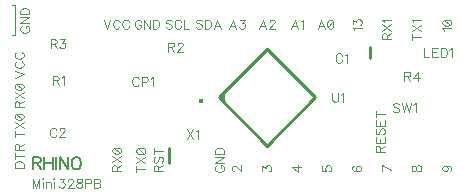
<source format=gto>
G04 DipTrace 3.3.1.3*
G04 CR19-0914-MP2.GTO*
%MOMM*%
G04 #@! TF.FileFunction,Legend,Top*
G04 #@! TF.Part,Single*
%ADD10C,0.254*%
%ADD19C,0.1016*%
%ADD20O,0.42016X0.41713*%
%ADD44C,0.11765*%
%ADD45C,0.15686*%
%FSLAX35Y35*%
G04*
G71*
G90*
G75*
G01*
G04 TopSilk*
%LPD*%
X2006419Y874501D2*
D10*
X2416499Y1284581D1*
X2826652Y874429D1*
X2416571Y464348D1*
X2006419Y874501D1*
D20*
X1857762Y837613D3*
G36*
X2006419Y874501D2*
X2062981Y817938D1*
Y931063D1*
X2006419Y874501D1*
G37*
X1587500Y446000D2*
D10*
Y316000D1*
X3291997Y1206498D2*
Y1301755D1*
X254000Y1397000D2*
D19*
X285750D1*
Y1651000D1*
X254000D1*
X2968080Y911472D2*
D44*
Y856806D1*
X2971702Y845856D1*
X2979030Y838612D1*
X2989980Y834906D1*
X2997224D1*
X3008174Y838612D1*
X3015502Y845856D1*
X3019124Y856806D1*
Y911472D1*
X3042653Y896816D2*
X3049981Y900522D1*
X3060931Y911388D1*
Y834906D1*
X1740131Y600532D2*
X1791175Y523966D1*
Y600532D2*
X1740131Y523966D1*
X1814704Y585876D2*
X1822032Y589582D1*
X1832982Y600448D1*
Y523966D1*
X3051379Y1225805D2*
X3047757Y1233049D1*
X3040429Y1240377D1*
X3033185Y1243999D1*
X3018613D1*
X3011285Y1240377D1*
X3004041Y1233049D1*
X3000335Y1225805D1*
X2996713Y1214855D1*
Y1196577D1*
X3000335Y1185711D1*
X3004041Y1178383D1*
X3011285Y1171139D1*
X3018613Y1167433D1*
X3033185D1*
X3040429Y1171139D1*
X3047757Y1178383D1*
X3051379Y1185711D1*
X3074909Y1229342D2*
X3082237Y1233049D1*
X3093187Y1243914D1*
Y1167433D1*
X602354Y1016350D2*
X635120D1*
X646070Y1020056D1*
X649776Y1023678D1*
X653398Y1030922D1*
Y1038250D1*
X649776Y1045494D1*
X646070Y1049200D1*
X635120Y1052822D1*
X602354D1*
Y976256D1*
X627876Y1016350D2*
X653398Y976256D1*
X676928Y1038166D2*
X684256Y1041872D1*
X695206Y1052738D1*
Y976256D1*
X3536195Y813015D2*
X3528951Y820343D1*
X3518001Y823965D1*
X3503429D1*
X3492479Y820343D1*
X3485151Y813015D1*
Y805771D1*
X3488857Y798443D1*
X3492479Y794821D1*
X3499723Y791200D1*
X3521623Y783871D1*
X3528951Y780250D1*
X3532573Y776543D1*
X3536195Y769300D1*
Y758350D1*
X3528951Y751106D1*
X3518001Y747400D1*
X3503429D1*
X3492479Y751106D1*
X3485151Y758350D1*
X3559724Y823965D2*
X3578002Y747400D1*
X3596196Y823965D1*
X3614390Y747400D1*
X3632668Y823965D1*
X3656198Y809309D2*
X3663526Y813015D1*
X3674476Y823881D1*
Y747400D1*
X632983Y595835D2*
X629361Y603079D1*
X622033Y610407D1*
X614789Y614029D1*
X600217D1*
X592889Y610407D1*
X585645Y603079D1*
X581939Y595835D1*
X578317Y584885D1*
Y566607D1*
X581939Y555741D1*
X585645Y548413D1*
X592889Y541169D1*
X600217Y537463D1*
X614789D1*
X622033Y541169D1*
X629361Y548413D1*
X632983Y555741D1*
X660218Y595751D2*
Y599372D1*
X663840Y606701D1*
X667462Y610322D1*
X674790Y613944D1*
X689362D1*
X696606Y610322D1*
X700228Y606701D1*
X703934Y599372D1*
Y592129D1*
X700228Y584801D1*
X692984Y573935D1*
X656512Y537463D1*
X707556D1*
X1580251Y1299870D2*
X1613017D1*
X1623967Y1303576D1*
X1627673Y1307198D1*
X1631295Y1314442D1*
Y1321770D1*
X1627673Y1329014D1*
X1623967Y1332720D1*
X1613017Y1336342D1*
X1580251D1*
Y1259776D1*
X1605773Y1299870D2*
X1631295Y1259776D1*
X1658531Y1318064D2*
Y1321686D1*
X1662153Y1329014D1*
X1665775Y1332636D1*
X1673103Y1336258D1*
X1687675D1*
X1694919Y1332636D1*
X1698540Y1329014D1*
X1702247Y1321686D1*
Y1314442D1*
X1698540Y1307114D1*
X1691297Y1296248D1*
X1654825Y1259776D1*
X1705869D1*
X583925Y1328587D2*
X616691D1*
X627641Y1332293D1*
X631347Y1335915D1*
X634969Y1343159D1*
Y1350487D1*
X631347Y1357731D1*
X627641Y1361437D1*
X616691Y1365059D1*
X583925D1*
Y1288493D1*
X609447Y1328587D2*
X634969Y1288493D1*
X665826Y1364974D2*
X705836D1*
X684020Y1335831D1*
X694970D1*
X702214Y1332209D1*
X705836Y1328587D1*
X709542Y1317637D1*
Y1310393D1*
X705836Y1299443D1*
X698592Y1292115D1*
X687642Y1288493D1*
X676692D1*
X665826Y1292115D1*
X662204Y1295821D1*
X658498Y1303065D1*
X3579280Y1053950D2*
X3612046D1*
X3622996Y1057656D1*
X3626702Y1061278D1*
X3630324Y1068522D1*
Y1075850D1*
X3626702Y1083094D1*
X3622996Y1086800D1*
X3612046Y1090422D1*
X3579280D1*
Y1013856D1*
X3604802Y1053950D2*
X3630324Y1013856D1*
X3690326D2*
Y1090338D1*
X3653854Y1039378D1*
X3708520D1*
X3748018Y1290724D2*
Y1214158D1*
X3791734D1*
X3862601Y1290724D2*
X3815263D1*
Y1214158D1*
X3862601D1*
X3815263Y1254252D2*
X3844407D1*
X3886130Y1290724D2*
Y1214158D1*
X3911652D1*
X3922602Y1217864D1*
X3929930Y1225108D1*
X3933552Y1232436D1*
X3937174Y1243302D1*
Y1261580D1*
X3933552Y1272530D1*
X3929930Y1279774D1*
X3922602Y1287102D1*
X3911652Y1290724D1*
X3886130D1*
X3960704Y1276067D2*
X3968032Y1279774D1*
X3978982Y1290639D1*
Y1214158D1*
X1331676Y1027238D2*
X1328054Y1034482D1*
X1320726Y1041810D1*
X1313482Y1045432D1*
X1298910D1*
X1291582Y1041810D1*
X1284338Y1034482D1*
X1280632Y1027238D1*
X1277010Y1016288D1*
Y998010D1*
X1280632Y987144D1*
X1284338Y979816D1*
X1291582Y972572D1*
X1298910Y968866D1*
X1313482D1*
X1320726Y972572D1*
X1328054Y979816D1*
X1331676Y987144D1*
X1355205Y1005338D2*
X1388055D1*
X1398921Y1008960D1*
X1402627Y1012666D1*
X1406249Y1019910D1*
Y1030860D1*
X1402627Y1038104D1*
X1398921Y1041810D1*
X1388055Y1045432D1*
X1355205D1*
Y968866D1*
X1429779Y1030776D2*
X1437107Y1034482D1*
X1448057Y1045348D1*
Y968866D1*
X3925540Y295071D2*
X3936490Y291365D1*
X3943819Y284121D1*
X3947440Y273171D1*
Y269549D1*
X3943818Y258599D1*
X3936490Y251356D1*
X3925540Y247649D1*
X3921918D1*
X3910968Y251356D1*
X3903725Y258599D1*
X3900103Y269549D1*
Y273171D1*
X3903725Y284121D1*
X3910969Y291365D1*
X3925540Y295071D1*
X3943819D1*
X3962012Y291365D1*
X3972962Y284121D1*
X3976584Y273171D1*
Y265927D1*
X3972962Y254977D1*
X3965634Y251356D1*
X3644333Y264077D2*
X3647955Y253211D1*
X3655198Y249505D1*
X3662526D1*
X3669770Y253211D1*
X3673477Y260455D1*
X3677098Y275026D1*
X3680720Y285976D1*
X3688049Y293220D1*
X3695292Y296842D1*
X3706242D1*
X3713486Y293220D1*
X3717192Y289598D1*
X3720814Y278648D1*
Y264076D1*
X3717192Y253211D1*
X3713486Y249505D1*
X3706242Y245883D1*
X3695292D1*
X3688048Y249505D1*
X3680720Y256833D1*
X3677098Y267698D1*
X3673477Y282270D1*
X3669770Y289598D1*
X3662527Y293220D1*
X3655199D1*
X3647955Y289598D1*
X3644333Y278648D1*
Y264077D1*
X3466771Y260411D2*
X3390289Y296883D1*
Y245839D1*
X3149009Y291408D2*
X3141765Y287786D1*
X3138143Y276837D1*
Y269593D1*
X3141765Y258643D1*
X3152715Y251315D1*
X3170908Y247693D1*
X3189102D1*
X3203674Y251315D1*
X3211002Y258643D1*
X3214624Y269593D1*
Y273214D1*
X3211002Y284080D1*
X3203674Y291408D1*
X3192724Y295030D1*
X3189102D1*
X3178152Y291408D1*
X3170909Y284080D1*
X3167287Y273215D1*
Y269593D1*
X3170908Y258643D1*
X3178152Y251315D1*
X3189102Y247693D1*
X2882289Y289558D2*
Y253171D1*
X2915055Y249549D1*
X2911433Y253171D1*
X2907727Y264121D1*
Y274986D1*
X2911433Y285936D1*
X2918677Y293265D1*
X2929627Y296886D1*
X2936871D1*
X2947821Y293264D1*
X2955149Y285936D1*
X2958771Y274986D1*
Y264121D1*
X2955149Y253171D1*
X2951443Y249549D1*
X2944199Y245843D1*
X2702961Y280498D2*
X2626479D1*
X2677439Y244026D1*
Y298692D1*
X2374293Y253171D2*
Y293180D1*
X2403437Y271365D1*
Y282315D1*
X2407059Y289558D1*
X2410680Y293180D1*
X2421630Y296886D1*
X2428874D1*
X2439824Y293180D1*
X2447152Y285936D1*
X2450774Y274986D1*
Y264036D1*
X2447152Y253171D1*
X2443446Y249549D1*
X2436202Y245843D1*
X2138483Y249549D2*
X2134861D1*
X2127533Y253171D1*
X2123911Y256793D1*
X2120289Y264121D1*
Y278693D1*
X2123911Y285936D1*
X2127533Y289558D1*
X2134861Y293265D1*
X2142105D1*
X2149433Y289558D1*
X2160299Y282315D1*
X2196771Y245843D1*
Y296886D1*
X1993712Y296158D2*
X1986469Y292536D1*
X1979140Y285208D1*
X1975518Y277965D1*
Y263393D1*
X1979140Y256065D1*
X1986468Y248821D1*
X1993712Y245115D1*
X2004662Y241493D1*
X2022940D1*
X2033806Y245115D1*
X2041134Y248821D1*
X2048378Y256065D1*
X2052084Y263393D1*
Y277964D1*
X2048378Y285208D1*
X2041134Y292536D1*
X2033806Y296158D1*
X2022940D1*
Y277965D1*
X1975519Y370732D2*
X2052084Y370731D1*
X1975519Y319688D1*
X2052084D1*
X1975519Y394261D2*
X2052084D1*
Y419783D1*
X2048378Y430733D1*
X2041134Y438061D1*
X2033806Y441683D1*
X2022940Y445305D1*
X2004662D1*
X1993712Y441683D1*
X1986469Y438061D1*
X1979140Y430733D1*
X1975519Y419783D1*
Y394261D1*
X1494730Y245563D2*
Y278328D1*
X1491024Y289278D1*
X1487402Y292985D1*
X1480159Y296606D1*
X1472830D1*
X1465587Y292985D1*
X1461880Y289278D1*
X1458258Y278328D1*
Y245563D1*
X1534824D1*
X1494730Y271085D2*
X1534824Y296606D1*
X1469209Y371180D2*
X1461880Y363936D1*
X1458259Y352986D1*
Y338414D1*
X1461880Y327464D1*
X1469209Y320136D1*
X1476452D1*
X1483780Y323842D1*
X1487402Y327464D1*
X1491024Y334708D1*
X1498352Y356608D1*
X1501974Y363936D1*
X1505680Y367558D1*
X1512924Y371180D1*
X1523874Y371179D1*
X1531118Y363936D1*
X1534824Y352986D1*
Y338414D1*
X1531118Y327464D1*
X1523874Y320136D1*
X1458259Y420231D2*
X1534824D1*
X1458259Y394709D2*
Y445753D1*
X1309155Y269938D2*
X1385721D1*
X1309155Y244416D2*
Y295460D1*
Y318989D2*
X1385721Y370033D1*
X1309155D2*
X1385721Y318989D1*
X1309239Y415462D2*
X1312861Y404512D1*
X1323811Y397184D1*
X1342005Y393562D1*
X1352955D1*
X1371149Y397184D1*
X1382099Y404512D1*
X1385721Y415462D1*
Y422706D1*
X1382099Y433656D1*
X1371149Y440900D1*
X1352955Y444606D1*
X1342005D1*
X1323811Y440900D1*
X1312861Y433656D1*
X1309239Y422706D1*
Y415462D1*
X1323811Y440900D2*
X1371149Y397184D1*
X1141860Y247023D2*
Y279788D1*
X1138154Y290738D1*
X1134532Y294445D1*
X1127289Y298066D1*
X1119960D1*
X1112717Y294445D1*
X1109010Y290738D1*
X1105388Y279788D1*
Y247023D1*
X1181954D1*
X1141860Y272545D2*
X1181954Y298066D1*
X1105389Y321596D2*
X1181954Y372639D1*
X1105389Y372640D2*
X1181954Y321596D1*
X1105473Y418069D2*
X1109095Y407119D1*
X1120045Y399791D1*
X1138239Y396169D1*
X1149188D1*
X1167382Y399791D1*
X1178332Y407119D1*
X1181954Y418069D1*
Y425313D1*
X1178332Y436263D1*
X1167382Y443507D1*
X1149188Y447213D1*
X1138238D1*
X1120045Y443507D1*
X1109095Y436263D1*
X1105473Y425313D1*
Y418069D1*
X1120045Y443507D2*
X1167382Y399791D1*
X3914675Y1438276D2*
X3910968Y1445604D1*
X3900103Y1456554D1*
X3976584D1*
X3900103Y1501983D2*
X3903725Y1491033D1*
X3914675Y1483705D1*
X3932869Y1480083D1*
X3943819D1*
X3962012Y1483705D1*
X3972962Y1491033D1*
X3976584Y1501983D1*
Y1509227D1*
X3972962Y1520177D1*
X3962012Y1527421D1*
X3943819Y1531127D1*
X3932869D1*
X3914675Y1527421D1*
X3903725Y1520177D1*
X3900103Y1509227D1*
Y1501983D1*
X3914675Y1527421D2*
X3962012Y1483705D1*
X3640938Y1387598D2*
X3717504D1*
X3640938Y1362076D2*
X3640939Y1413120D1*
Y1436649D2*
X3717504Y1487693D1*
X3640939D2*
X3717504Y1436649D1*
X3655595Y1511222D2*
X3651889Y1518550D1*
X3641023Y1529500D1*
X3717504D1*
X3428490Y1363979D2*
Y1396745D1*
X3424784Y1407695D1*
X3421162Y1411401D1*
X3413919Y1415023D1*
X3406590D1*
X3399347Y1411401D1*
X3395640Y1407695D1*
X3392018Y1396745D1*
Y1363979D1*
X3468584D1*
X3428490Y1389501D2*
X3468584Y1415023D1*
X3392019Y1438553D2*
X3468584Y1489596D1*
X3392019D2*
X3468584Y1438552D1*
X3406675Y1513126D2*
X3402969Y1520454D1*
X3392103Y1531404D1*
X3468584D1*
X3156848Y1442449D2*
X3153142Y1449777D1*
X3142276Y1460727D1*
X3218758D1*
X3142276Y1491585D2*
Y1531594D1*
X3171420Y1509779D1*
Y1520729D1*
X3175042Y1527972D1*
X3178664Y1531594D1*
X3189614Y1535300D1*
X3196858D1*
X3207808Y1531594D1*
X3215136Y1524350D1*
X3218758Y1513400D1*
Y1502450D1*
X3215136Y1491585D1*
X3211430Y1487963D1*
X3204186Y1484257D1*
X2902918Y1455179D2*
X2873690Y1531745D1*
X2844546Y1455179D1*
X2855496Y1480701D2*
X2891968D1*
X2948347Y1531661D2*
X2937397Y1528039D1*
X2930069Y1517089D1*
X2926447Y1498895D1*
Y1487945D1*
X2930069Y1469751D1*
X2937397Y1458801D1*
X2948347Y1455179D1*
X2955591D1*
X2966541Y1458801D1*
X2973785Y1469751D1*
X2977491Y1487945D1*
Y1498895D1*
X2973785Y1517089D1*
X2966541Y1528039D1*
X2955591Y1531661D1*
X2948347D1*
X2973785Y1517089D2*
X2930069Y1469751D1*
X2681684Y1455179D2*
X2652456Y1531745D1*
X2623312Y1455179D1*
X2634262Y1480701D2*
X2670734D1*
X2705214Y1517089D2*
X2712542Y1520795D1*
X2723492Y1531661D1*
Y1455179D1*
X2410794D2*
X2381566Y1531745D1*
X2352422Y1455179D1*
X2363372Y1480701D2*
X2399844D1*
X2438030Y1513467D2*
Y1517089D1*
X2441652Y1524417D1*
X2445274Y1528039D1*
X2452602Y1531661D1*
X2467174D1*
X2474418Y1528039D1*
X2478039Y1524417D1*
X2481746Y1517089D1*
Y1509845D1*
X2478039Y1502517D1*
X2470796Y1491651D1*
X2434324Y1455179D1*
X2485368D1*
X2156794D2*
X2127566Y1531745D1*
X2098422Y1455179D1*
X2109372Y1480701D2*
X2145844D1*
X2187652Y1531661D2*
X2227661D1*
X2205846Y1502517D1*
X2216796D1*
X2224039Y1498895D1*
X2227661Y1495273D1*
X2231368Y1484323D1*
Y1477079D1*
X2227661Y1466129D1*
X2220418Y1458801D1*
X2209468Y1455179D1*
X2198518D1*
X2187652Y1458801D1*
X2184030Y1462507D1*
X2180324Y1469751D1*
X1868516Y1520795D2*
X1861272Y1528123D1*
X1850322Y1531745D1*
X1835750D1*
X1824800Y1528123D1*
X1817472Y1520795D1*
Y1513551D1*
X1821179Y1506223D1*
X1824800Y1502601D1*
X1832044Y1498979D1*
X1853944Y1491651D1*
X1861272Y1488029D1*
X1864894Y1484323D1*
X1868516Y1477079D1*
Y1466129D1*
X1861272Y1458885D1*
X1850322Y1455179D1*
X1835750D1*
X1824800Y1458885D1*
X1817472Y1466129D1*
X1892046Y1531745D2*
Y1455179D1*
X1917568D1*
X1928518Y1458885D1*
X1935846Y1466129D1*
X1939468Y1473457D1*
X1943089Y1484323D1*
Y1502601D1*
X1939468Y1513551D1*
X1935846Y1520795D1*
X1928518Y1528123D1*
X1917568Y1531745D1*
X1892046D1*
X2024991Y1455179D2*
X1995763Y1531745D1*
X1966619Y1455179D1*
X1977569Y1480701D2*
X2014041D1*
X1609676Y1520795D2*
X1602432Y1528123D1*
X1591482Y1531745D1*
X1576910D1*
X1565960Y1528123D1*
X1558632Y1520795D1*
Y1513551D1*
X1562339Y1506223D1*
X1565960Y1502601D1*
X1573204Y1498979D1*
X1595104Y1491651D1*
X1602432Y1488029D1*
X1606054Y1484323D1*
X1609676Y1477079D1*
Y1466129D1*
X1602432Y1458885D1*
X1591482Y1455179D1*
X1576910D1*
X1565960Y1458885D1*
X1558632Y1466129D1*
X1687871Y1513551D2*
X1684249Y1520795D1*
X1676921Y1528123D1*
X1669678Y1531745D1*
X1655106D1*
X1647778Y1528123D1*
X1640534Y1520795D1*
X1636828Y1513551D1*
X1633206Y1502601D1*
Y1484323D1*
X1636828Y1473457D1*
X1640534Y1466129D1*
X1647778Y1458885D1*
X1655106Y1455179D1*
X1669678D1*
X1676921Y1458885D1*
X1684249Y1466129D1*
X1687871Y1473457D1*
X1711401Y1531745D2*
Y1455179D1*
X1755117D1*
X1032432Y1531745D2*
X1061576Y1455179D1*
X1090720Y1531745D1*
X1168915Y1513551D2*
X1165293Y1520795D1*
X1157965Y1528123D1*
X1150721Y1531745D1*
X1136149D1*
X1128821Y1528123D1*
X1121578Y1520795D1*
X1117871Y1513551D1*
X1114249Y1502601D1*
Y1484323D1*
X1117871Y1473457D1*
X1121578Y1466129D1*
X1128821Y1458885D1*
X1136149Y1455179D1*
X1150721D1*
X1157965Y1458885D1*
X1165293Y1466129D1*
X1168915Y1473457D1*
X1247110Y1513551D2*
X1243488Y1520795D1*
X1236160Y1528123D1*
X1228917Y1531745D1*
X1214345D1*
X1207017Y1528123D1*
X1199773Y1520795D1*
X1196067Y1513551D1*
X1192445Y1502601D1*
Y1484323D1*
X1196067Y1473457D1*
X1199773Y1466129D1*
X1207017Y1458885D1*
X1214345Y1455179D1*
X1228917D1*
X1236160Y1458885D1*
X1243488Y1466129D1*
X1247110Y1473457D1*
X1351968Y1513551D2*
X1348346Y1520795D1*
X1341018Y1528123D1*
X1333774Y1531745D1*
X1319202D1*
X1311874Y1528123D1*
X1304630Y1520795D1*
X1300924Y1513551D1*
X1297302Y1502601D1*
Y1484323D1*
X1300924Y1473457D1*
X1304630Y1466129D1*
X1311874Y1458885D1*
X1319202Y1455179D1*
X1333774D1*
X1341018Y1458885D1*
X1348346Y1466129D1*
X1351968Y1473457D1*
Y1484323D1*
X1333774D1*
X1426541Y1531745D2*
Y1455179D1*
X1375498Y1531745D1*
Y1455179D1*
X1450071Y1531745D2*
Y1455179D1*
X1475593D1*
X1486543Y1458885D1*
X1493871Y1466129D1*
X1497493Y1473457D1*
X1501115Y1484323D1*
Y1502601D1*
X1497493Y1513551D1*
X1493871Y1520795D1*
X1486543Y1528123D1*
X1475593Y1531745D1*
X1450071D1*
X3371630Y413039D2*
Y445805D1*
X3367924Y456755D1*
X3364302Y460461D1*
X3357059Y464083D1*
X3349730D1*
X3342487Y460461D1*
X3338780Y456755D1*
X3335158Y445805D1*
Y413039D1*
X3411724D1*
X3371630Y438561D2*
X3411724Y464083D1*
X3335159Y534950D2*
Y487613D1*
X3411724Y487612D1*
Y534950D1*
X3371630Y487612D2*
Y516756D1*
X3346109Y609523D2*
X3338780Y602279D1*
X3335159Y591329D1*
Y576758D1*
X3338780Y565808D1*
X3346109Y558479D1*
X3353352D1*
X3360680Y562186D1*
X3364302Y565808D1*
X3367924Y573051D1*
X3375252Y594951D1*
X3378874Y602279D1*
X3382580Y605901D1*
X3389824Y609523D1*
X3400774D1*
X3408018Y602279D1*
X3411724Y591329D1*
Y576757D1*
X3408018Y565807D1*
X3400774Y558479D1*
X3335158Y680390D2*
X3335159Y633053D1*
X3411724D1*
Y680390D1*
X3371630Y633053D2*
Y662197D1*
X3335158Y729442D2*
X3411724D1*
X3335158Y703920D2*
Y754964D1*
X432736Y317517D2*
D45*
X476424D1*
X491024Y322459D1*
X495966Y327288D1*
X500795Y336947D1*
Y346717D1*
X495966Y356376D1*
X491024Y361317D1*
X476424Y366147D1*
X432736D1*
Y264059D1*
X466766Y317517D2*
X500795Y264059D1*
X532167Y366147D2*
Y264059D1*
X600226Y366147D2*
Y264059D1*
X532167Y317517D2*
X600226D1*
X631598Y366147D2*
Y264059D1*
X731030Y366147D2*
Y264059D1*
X662971Y366147D1*
Y264059D1*
X791602Y366147D2*
X781831Y361317D1*
X772173Y351547D1*
X767231Y341888D1*
X762402Y327288D1*
Y302917D1*
X767231Y288430D1*
X772173Y278659D1*
X781831Y269000D1*
X791602Y264059D1*
X811031D1*
X820690Y269000D1*
X830461Y278659D1*
X835290Y288430D1*
X840119Y302917D1*
Y327288D1*
X835290Y341888D1*
X830461Y351547D1*
X820690Y361317D1*
X811031Y366147D1*
X791602D1*
X279888Y278769D2*
D44*
X356454D1*
Y304291D1*
X352748Y315241D1*
X345504Y322569D1*
X338176Y326191D1*
X327310Y329813D1*
X309032D1*
X298082Y326191D1*
X290839Y322569D1*
X283510Y315241D1*
X279888Y304291D1*
Y278769D1*
X279889Y378864D2*
X356454D1*
X279889Y353343D2*
Y404386D1*
X316360Y427916D2*
Y460681D1*
X312654Y471631D1*
X309032Y475338D1*
X301788Y478959D1*
X294460D1*
X287217Y475338D1*
X283510Y471631D1*
X279889Y460681D1*
Y427916D1*
X356454D1*
X316360Y453438D2*
X356454Y478959D1*
X279888Y560831D2*
X356454D1*
X279888Y535309D2*
X279889Y586353D1*
Y609883D2*
X356454Y660926D1*
X279889D2*
X356454Y609882D1*
X279973Y706356D2*
X283595Y695406D1*
X294545Y688078D1*
X312739Y684456D1*
X323688D1*
X341882Y688077D1*
X352832Y695406D1*
X356454Y706356D1*
Y713599D1*
X352832Y724549D1*
X341882Y731793D1*
X323688Y735499D1*
X312738D1*
X294545Y731793D1*
X283595Y724549D1*
X279973Y713599D1*
Y706356D1*
X294545Y731793D2*
X341882Y688077D1*
X316360Y789309D2*
Y822075D1*
X312654Y833025D1*
X309032Y836731D1*
X301789Y840353D1*
X294460D1*
X287217Y836731D1*
X283510Y833025D1*
X279888Y822075D1*
Y789309D1*
X356454D1*
X316360Y814831D2*
X356454Y840353D1*
X279889Y863883D2*
X356454Y914926D1*
X279889D2*
X356454Y863882D1*
X279973Y960356D2*
X283595Y949406D1*
X294545Y942078D1*
X312739Y938456D1*
X323688D1*
X341882Y942077D1*
X352832Y949406D1*
X356454Y960356D1*
Y967599D1*
X352832Y978549D1*
X341882Y985793D1*
X323688Y989499D1*
X312738D1*
X294545Y985793D1*
X283595Y978549D1*
X279973Y967599D1*
Y960356D1*
X294545Y985793D2*
X341882Y942077D1*
X279888Y1040769D2*
X356454Y1069913D1*
X279889Y1099057D1*
X298082Y1177252D2*
X290839Y1173630D1*
X283510Y1166302D1*
X279889Y1159058D1*
Y1144486D1*
X283510Y1137158D1*
X290839Y1129914D1*
X298082Y1126208D1*
X309032Y1122586D1*
X327310D1*
X338176Y1126208D1*
X345504Y1129914D1*
X352748Y1137158D1*
X356454Y1144486D1*
Y1159058D1*
X352748Y1166302D1*
X345504Y1173630D1*
X338176Y1177252D1*
X298082Y1255447D2*
X290839Y1251825D1*
X283510Y1244497D1*
X279889Y1237253D1*
Y1222681D1*
X283510Y1215353D1*
X290839Y1208109D1*
X298082Y1204403D1*
X309032Y1200781D1*
X327310D1*
X338176Y1204403D1*
X345504Y1208109D1*
X352748Y1215353D1*
X356454Y1222681D1*
Y1237253D1*
X352748Y1244497D1*
X345504Y1251825D1*
X338176Y1255447D1*
X345709Y1476435D2*
X338465Y1472813D1*
X331137Y1465485D1*
X327515Y1458241D1*
Y1443669D1*
X331137Y1436341D1*
X338465Y1429097D1*
X345709Y1425391D1*
X356659Y1421769D1*
X374937D1*
X385803Y1425391D1*
X393131Y1429097D1*
X400375Y1436341D1*
X404081Y1443669D1*
Y1458241D1*
X400375Y1465485D1*
X393131Y1472813D1*
X385803Y1476435D1*
X374937D1*
Y1458241D1*
X327515Y1551008D2*
X404081D1*
X327515Y1499964D1*
X404081D1*
X327515Y1574538D2*
X404081Y1574537D1*
Y1600059D1*
X400375Y1611009D1*
X393131Y1618337D1*
X385803Y1621959D1*
X374937Y1625581D1*
X356659D1*
X345709Y1621959D1*
X338465Y1618338D1*
X331137Y1611009D1*
X327515Y1600059D1*
Y1574538D1*
X489063Y107696D2*
Y184262D1*
X459920Y107696D1*
X430776Y184262D1*
Y107696D1*
X512593Y184262D2*
X516215Y180640D1*
X519921Y184262D1*
X516215Y187968D1*
X512593Y184262D1*
X516215Y158740D2*
Y107696D1*
X543450Y158740D2*
Y107696D1*
Y144168D2*
X554400Y155118D1*
X561728Y158740D1*
X572594D1*
X579922Y155118D1*
X583544Y144168D1*
Y107696D1*
X607074Y184262D2*
X610695Y180640D1*
X614402Y184262D1*
X610695Y187968D1*
X607074Y184262D1*
X610695Y158740D2*
Y107696D1*
X660354Y184177D2*
X700363D1*
X678548Y155034D1*
X689498D1*
X696741Y151412D1*
X700363Y147790D1*
X704070Y136840D1*
Y129596D1*
X700363Y118646D1*
X693120Y111318D1*
X682170Y107696D1*
X671220D1*
X660354Y111318D1*
X656732Y115024D1*
X653026Y122268D1*
X731305Y165984D2*
Y169605D1*
X734927Y176934D1*
X738549Y180555D1*
X745877Y184177D1*
X760449D1*
X767693Y180555D1*
X771315Y176934D1*
X775021Y169605D1*
Y162362D1*
X771315Y155034D1*
X764071Y144168D1*
X727599Y107696D1*
X778643D1*
X820366Y184177D2*
X809500Y180555D1*
X805794Y173312D1*
Y165984D1*
X809500Y158740D1*
X816744Y155034D1*
X831316Y151412D1*
X842266Y147790D1*
X849510Y140462D1*
X853132Y133218D1*
Y122268D1*
X849510Y115024D1*
X845888Y111318D1*
X834938Y107696D1*
X820366D1*
X809500Y111318D1*
X805794Y115024D1*
X802172Y122268D1*
Y133218D1*
X805794Y140462D1*
X813122Y147790D1*
X823988Y151412D1*
X838560Y155034D1*
X845888Y158740D1*
X849510Y165984D1*
Y173312D1*
X845888Y180555D1*
X834938Y184177D1*
X820366D1*
X876661Y144168D2*
X909511D1*
X920377Y147790D1*
X924083Y151496D1*
X927705Y158740D1*
Y169690D1*
X924083Y176934D1*
X920377Y180640D1*
X909511Y184262D1*
X876661D1*
Y107696D1*
X951234Y184262D2*
Y107696D1*
X984084D1*
X995034Y111402D1*
X998656Y115024D1*
X1002278Y122268D1*
Y133218D1*
X998656Y140546D1*
X995034Y144168D1*
X984084Y147790D1*
X995034Y151496D1*
X998656Y155118D1*
X1002278Y162362D1*
Y169690D1*
X998656Y176934D1*
X995034Y180640D1*
X984084Y184262D1*
X951234D1*
Y147790D2*
X984084D1*
M02*

</source>
